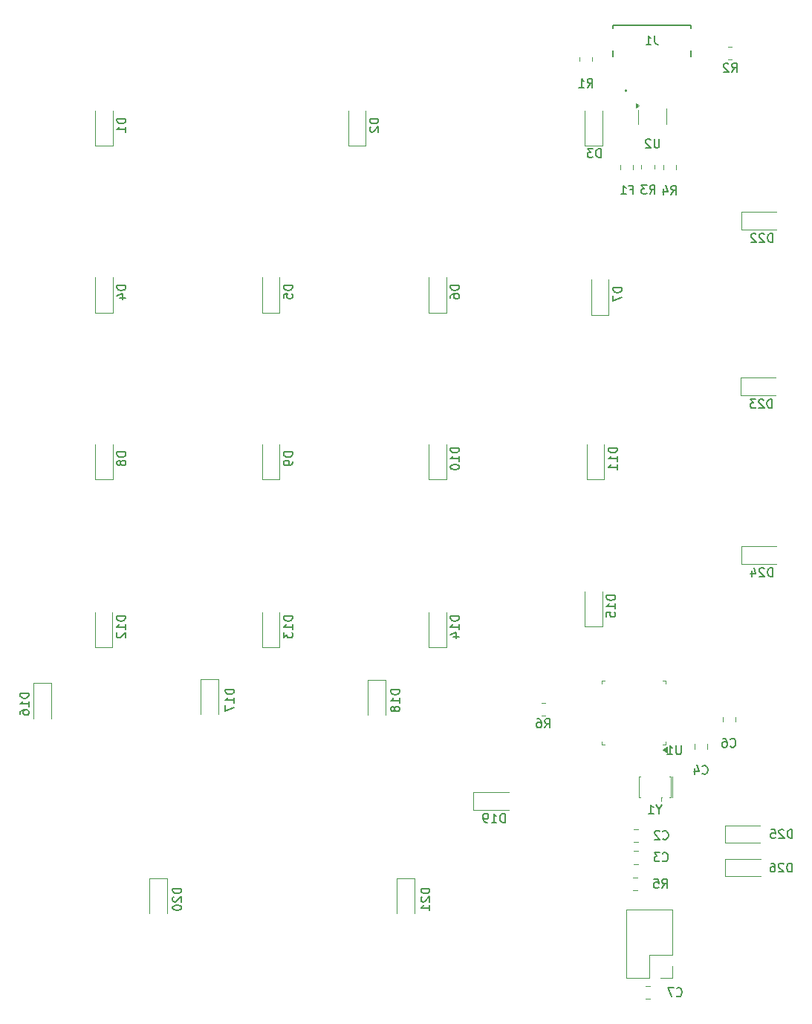
<source format=gbr>
%TF.GenerationSoftware,KiCad,Pcbnew,9.0.2*%
%TF.CreationDate,2025-08-17T15:34:09-06:00*%
%TF.ProjectId,keypadV2-compact,6b657970-6164-4563-922d-636f6d706163,rev?*%
%TF.SameCoordinates,Original*%
%TF.FileFunction,Legend,Bot*%
%TF.FilePolarity,Positive*%
%FSLAX46Y46*%
G04 Gerber Fmt 4.6, Leading zero omitted, Abs format (unit mm)*
G04 Created by KiCad (PCBNEW 9.0.2) date 2025-08-17 15:34:09*
%MOMM*%
%LPD*%
G01*
G04 APERTURE LIST*
%ADD10C,0.150000*%
%ADD11C,0.120000*%
%ADD12C,0.200000*%
G04 APERTURE END LIST*
D10*
X115509819Y-151611905D02*
X114509819Y-151611905D01*
X114509819Y-151611905D02*
X114509819Y-151850000D01*
X114509819Y-151850000D02*
X114557438Y-151992857D01*
X114557438Y-151992857D02*
X114652676Y-152088095D01*
X114652676Y-152088095D02*
X114747914Y-152135714D01*
X114747914Y-152135714D02*
X114938390Y-152183333D01*
X114938390Y-152183333D02*
X115081247Y-152183333D01*
X115081247Y-152183333D02*
X115271723Y-152135714D01*
X115271723Y-152135714D02*
X115366961Y-152088095D01*
X115366961Y-152088095D02*
X115462200Y-151992857D01*
X115462200Y-151992857D02*
X115509819Y-151850000D01*
X115509819Y-151850000D02*
X115509819Y-151611905D01*
X114509819Y-153088095D02*
X114509819Y-152611905D01*
X114509819Y-152611905D02*
X114986009Y-152564286D01*
X114986009Y-152564286D02*
X114938390Y-152611905D01*
X114938390Y-152611905D02*
X114890771Y-152707143D01*
X114890771Y-152707143D02*
X114890771Y-152945238D01*
X114890771Y-152945238D02*
X114938390Y-153040476D01*
X114938390Y-153040476D02*
X114986009Y-153088095D01*
X114986009Y-153088095D02*
X115081247Y-153135714D01*
X115081247Y-153135714D02*
X115319342Y-153135714D01*
X115319342Y-153135714D02*
X115414580Y-153088095D01*
X115414580Y-153088095D02*
X115462200Y-153040476D01*
X115462200Y-153040476D02*
X115509819Y-152945238D01*
X115509819Y-152945238D02*
X115509819Y-152707143D01*
X115509819Y-152707143D02*
X115462200Y-152611905D01*
X115462200Y-152611905D02*
X115414580Y-152564286D01*
X144271666Y-202004819D02*
X144604999Y-201528628D01*
X144843094Y-202004819D02*
X144843094Y-201004819D01*
X144843094Y-201004819D02*
X144462142Y-201004819D01*
X144462142Y-201004819D02*
X144366904Y-201052438D01*
X144366904Y-201052438D02*
X144319285Y-201100057D01*
X144319285Y-201100057D02*
X144271666Y-201195295D01*
X144271666Y-201195295D02*
X144271666Y-201338152D01*
X144271666Y-201338152D02*
X144319285Y-201433390D01*
X144319285Y-201433390D02*
X144366904Y-201481009D01*
X144366904Y-201481009D02*
X144462142Y-201528628D01*
X144462142Y-201528628D02*
X144843094Y-201528628D01*
X143414523Y-201004819D02*
X143604999Y-201004819D01*
X143604999Y-201004819D02*
X143700237Y-201052438D01*
X143700237Y-201052438D02*
X143747856Y-201100057D01*
X143747856Y-201100057D02*
X143843094Y-201242914D01*
X143843094Y-201242914D02*
X143890713Y-201433390D01*
X143890713Y-201433390D02*
X143890713Y-201814342D01*
X143890713Y-201814342D02*
X143843094Y-201909580D01*
X143843094Y-201909580D02*
X143795475Y-201957200D01*
X143795475Y-201957200D02*
X143700237Y-202004819D01*
X143700237Y-202004819D02*
X143509761Y-202004819D01*
X143509761Y-202004819D02*
X143414523Y-201957200D01*
X143414523Y-201957200D02*
X143366904Y-201909580D01*
X143366904Y-201909580D02*
X143319285Y-201814342D01*
X143319285Y-201814342D02*
X143319285Y-201576247D01*
X143319285Y-201576247D02*
X143366904Y-201481009D01*
X143366904Y-201481009D02*
X143414523Y-201433390D01*
X143414523Y-201433390D02*
X143509761Y-201385771D01*
X143509761Y-201385771D02*
X143700237Y-201385771D01*
X143700237Y-201385771D02*
X143795475Y-201433390D01*
X143795475Y-201433390D02*
X143843094Y-201481009D01*
X143843094Y-201481009D02*
X143890713Y-201576247D01*
X96459819Y-189285714D02*
X95459819Y-189285714D01*
X95459819Y-189285714D02*
X95459819Y-189523809D01*
X95459819Y-189523809D02*
X95507438Y-189666666D01*
X95507438Y-189666666D02*
X95602676Y-189761904D01*
X95602676Y-189761904D02*
X95697914Y-189809523D01*
X95697914Y-189809523D02*
X95888390Y-189857142D01*
X95888390Y-189857142D02*
X96031247Y-189857142D01*
X96031247Y-189857142D02*
X96221723Y-189809523D01*
X96221723Y-189809523D02*
X96316961Y-189761904D01*
X96316961Y-189761904D02*
X96412200Y-189666666D01*
X96412200Y-189666666D02*
X96459819Y-189523809D01*
X96459819Y-189523809D02*
X96459819Y-189285714D01*
X96459819Y-190809523D02*
X96459819Y-190238095D01*
X96459819Y-190523809D02*
X95459819Y-190523809D01*
X95459819Y-190523809D02*
X95602676Y-190428571D01*
X95602676Y-190428571D02*
X95697914Y-190333333D01*
X95697914Y-190333333D02*
X95745533Y-190238095D01*
X95555057Y-191190476D02*
X95507438Y-191238095D01*
X95507438Y-191238095D02*
X95459819Y-191333333D01*
X95459819Y-191333333D02*
X95459819Y-191571428D01*
X95459819Y-191571428D02*
X95507438Y-191666666D01*
X95507438Y-191666666D02*
X95555057Y-191714285D01*
X95555057Y-191714285D02*
X95650295Y-191761904D01*
X95650295Y-191761904D02*
X95745533Y-191761904D01*
X95745533Y-191761904D02*
X95888390Y-191714285D01*
X95888390Y-191714285D02*
X96459819Y-191142857D01*
X96459819Y-191142857D02*
X96459819Y-191761904D01*
X158671666Y-141254819D02*
X159004999Y-140778628D01*
X159243094Y-141254819D02*
X159243094Y-140254819D01*
X159243094Y-140254819D02*
X158862142Y-140254819D01*
X158862142Y-140254819D02*
X158766904Y-140302438D01*
X158766904Y-140302438D02*
X158719285Y-140350057D01*
X158719285Y-140350057D02*
X158671666Y-140445295D01*
X158671666Y-140445295D02*
X158671666Y-140588152D01*
X158671666Y-140588152D02*
X158719285Y-140683390D01*
X158719285Y-140683390D02*
X158766904Y-140731009D01*
X158766904Y-140731009D02*
X158862142Y-140778628D01*
X158862142Y-140778628D02*
X159243094Y-140778628D01*
X157814523Y-140588152D02*
X157814523Y-141254819D01*
X158052618Y-140207200D02*
X158290713Y-140921485D01*
X158290713Y-140921485D02*
X157671666Y-140921485D01*
X159816904Y-204054819D02*
X159816904Y-204864342D01*
X159816904Y-204864342D02*
X159769285Y-204959580D01*
X159769285Y-204959580D02*
X159721666Y-205007200D01*
X159721666Y-205007200D02*
X159626428Y-205054819D01*
X159626428Y-205054819D02*
X159435952Y-205054819D01*
X159435952Y-205054819D02*
X159340714Y-205007200D01*
X159340714Y-205007200D02*
X159293095Y-204959580D01*
X159293095Y-204959580D02*
X159245476Y-204864342D01*
X159245476Y-204864342D02*
X159245476Y-204054819D01*
X158245476Y-205054819D02*
X158816904Y-205054819D01*
X158531190Y-205054819D02*
X158531190Y-204054819D01*
X158531190Y-204054819D02*
X158626428Y-204197676D01*
X158626428Y-204197676D02*
X158721666Y-204292914D01*
X158721666Y-204292914D02*
X158816904Y-204340533D01*
X170219285Y-184804819D02*
X170219285Y-183804819D01*
X170219285Y-183804819D02*
X169981190Y-183804819D01*
X169981190Y-183804819D02*
X169838333Y-183852438D01*
X169838333Y-183852438D02*
X169743095Y-183947676D01*
X169743095Y-183947676D02*
X169695476Y-184042914D01*
X169695476Y-184042914D02*
X169647857Y-184233390D01*
X169647857Y-184233390D02*
X169647857Y-184376247D01*
X169647857Y-184376247D02*
X169695476Y-184566723D01*
X169695476Y-184566723D02*
X169743095Y-184661961D01*
X169743095Y-184661961D02*
X169838333Y-184757200D01*
X169838333Y-184757200D02*
X169981190Y-184804819D01*
X169981190Y-184804819D02*
X170219285Y-184804819D01*
X169266904Y-183900057D02*
X169219285Y-183852438D01*
X169219285Y-183852438D02*
X169124047Y-183804819D01*
X169124047Y-183804819D02*
X168885952Y-183804819D01*
X168885952Y-183804819D02*
X168790714Y-183852438D01*
X168790714Y-183852438D02*
X168743095Y-183900057D01*
X168743095Y-183900057D02*
X168695476Y-183995295D01*
X168695476Y-183995295D02*
X168695476Y-184090533D01*
X168695476Y-184090533D02*
X168743095Y-184233390D01*
X168743095Y-184233390D02*
X169314523Y-184804819D01*
X169314523Y-184804819D02*
X168695476Y-184804819D01*
X167838333Y-184138152D02*
X167838333Y-184804819D01*
X168076428Y-183757200D02*
X168314523Y-184471485D01*
X168314523Y-184471485D02*
X167695476Y-184471485D01*
X156221666Y-141204819D02*
X156554999Y-140728628D01*
X156793094Y-141204819D02*
X156793094Y-140204819D01*
X156793094Y-140204819D02*
X156412142Y-140204819D01*
X156412142Y-140204819D02*
X156316904Y-140252438D01*
X156316904Y-140252438D02*
X156269285Y-140300057D01*
X156269285Y-140300057D02*
X156221666Y-140395295D01*
X156221666Y-140395295D02*
X156221666Y-140538152D01*
X156221666Y-140538152D02*
X156269285Y-140633390D01*
X156269285Y-140633390D02*
X156316904Y-140681009D01*
X156316904Y-140681009D02*
X156412142Y-140728628D01*
X156412142Y-140728628D02*
X156793094Y-140728628D01*
X155888332Y-140204819D02*
X155269285Y-140204819D01*
X155269285Y-140204819D02*
X155602618Y-140585771D01*
X155602618Y-140585771D02*
X155459761Y-140585771D01*
X155459761Y-140585771D02*
X155364523Y-140633390D01*
X155364523Y-140633390D02*
X155316904Y-140681009D01*
X155316904Y-140681009D02*
X155269285Y-140776247D01*
X155269285Y-140776247D02*
X155269285Y-141014342D01*
X155269285Y-141014342D02*
X155316904Y-141109580D01*
X155316904Y-141109580D02*
X155364523Y-141157200D01*
X155364523Y-141157200D02*
X155459761Y-141204819D01*
X155459761Y-141204819D02*
X155745475Y-141204819D01*
X155745475Y-141204819D02*
X155840713Y-141157200D01*
X155840713Y-141157200D02*
X155888332Y-141109580D01*
X134509819Y-151611905D02*
X133509819Y-151611905D01*
X133509819Y-151611905D02*
X133509819Y-151850000D01*
X133509819Y-151850000D02*
X133557438Y-151992857D01*
X133557438Y-151992857D02*
X133652676Y-152088095D01*
X133652676Y-152088095D02*
X133747914Y-152135714D01*
X133747914Y-152135714D02*
X133938390Y-152183333D01*
X133938390Y-152183333D02*
X134081247Y-152183333D01*
X134081247Y-152183333D02*
X134271723Y-152135714D01*
X134271723Y-152135714D02*
X134366961Y-152088095D01*
X134366961Y-152088095D02*
X134462200Y-151992857D01*
X134462200Y-151992857D02*
X134509819Y-151850000D01*
X134509819Y-151850000D02*
X134509819Y-151611905D01*
X133509819Y-153040476D02*
X133509819Y-152850000D01*
X133509819Y-152850000D02*
X133557438Y-152754762D01*
X133557438Y-152754762D02*
X133605057Y-152707143D01*
X133605057Y-152707143D02*
X133747914Y-152611905D01*
X133747914Y-152611905D02*
X133938390Y-152564286D01*
X133938390Y-152564286D02*
X134319342Y-152564286D01*
X134319342Y-152564286D02*
X134414580Y-152611905D01*
X134414580Y-152611905D02*
X134462200Y-152659524D01*
X134462200Y-152659524D02*
X134509819Y-152754762D01*
X134509819Y-152754762D02*
X134509819Y-152945238D01*
X134509819Y-152945238D02*
X134462200Y-153040476D01*
X134462200Y-153040476D02*
X134414580Y-153088095D01*
X134414580Y-153088095D02*
X134319342Y-153135714D01*
X134319342Y-153135714D02*
X134081247Y-153135714D01*
X134081247Y-153135714D02*
X133986009Y-153088095D01*
X133986009Y-153088095D02*
X133938390Y-153040476D01*
X133938390Y-153040476D02*
X133890771Y-152945238D01*
X133890771Y-152945238D02*
X133890771Y-152754762D01*
X133890771Y-152754762D02*
X133938390Y-152659524D01*
X133938390Y-152659524D02*
X133986009Y-152611905D01*
X133986009Y-152611905D02*
X134081247Y-152564286D01*
X165571666Y-127304819D02*
X165904999Y-126828628D01*
X166143094Y-127304819D02*
X166143094Y-126304819D01*
X166143094Y-126304819D02*
X165762142Y-126304819D01*
X165762142Y-126304819D02*
X165666904Y-126352438D01*
X165666904Y-126352438D02*
X165619285Y-126400057D01*
X165619285Y-126400057D02*
X165571666Y-126495295D01*
X165571666Y-126495295D02*
X165571666Y-126638152D01*
X165571666Y-126638152D02*
X165619285Y-126733390D01*
X165619285Y-126733390D02*
X165666904Y-126781009D01*
X165666904Y-126781009D02*
X165762142Y-126828628D01*
X165762142Y-126828628D02*
X166143094Y-126828628D01*
X165190713Y-126400057D02*
X165143094Y-126352438D01*
X165143094Y-126352438D02*
X165047856Y-126304819D01*
X165047856Y-126304819D02*
X164809761Y-126304819D01*
X164809761Y-126304819D02*
X164714523Y-126352438D01*
X164714523Y-126352438D02*
X164666904Y-126400057D01*
X164666904Y-126400057D02*
X164619285Y-126495295D01*
X164619285Y-126495295D02*
X164619285Y-126590533D01*
X164619285Y-126590533D02*
X164666904Y-126733390D01*
X164666904Y-126733390D02*
X165238332Y-127304819D01*
X165238332Y-127304819D02*
X164619285Y-127304819D01*
X115509819Y-189285714D02*
X114509819Y-189285714D01*
X114509819Y-189285714D02*
X114509819Y-189523809D01*
X114509819Y-189523809D02*
X114557438Y-189666666D01*
X114557438Y-189666666D02*
X114652676Y-189761904D01*
X114652676Y-189761904D02*
X114747914Y-189809523D01*
X114747914Y-189809523D02*
X114938390Y-189857142D01*
X114938390Y-189857142D02*
X115081247Y-189857142D01*
X115081247Y-189857142D02*
X115271723Y-189809523D01*
X115271723Y-189809523D02*
X115366961Y-189761904D01*
X115366961Y-189761904D02*
X115462200Y-189666666D01*
X115462200Y-189666666D02*
X115509819Y-189523809D01*
X115509819Y-189523809D02*
X115509819Y-189285714D01*
X115509819Y-190809523D02*
X115509819Y-190238095D01*
X115509819Y-190523809D02*
X114509819Y-190523809D01*
X114509819Y-190523809D02*
X114652676Y-190428571D01*
X114652676Y-190428571D02*
X114747914Y-190333333D01*
X114747914Y-190333333D02*
X114795533Y-190238095D01*
X114509819Y-191142857D02*
X114509819Y-191761904D01*
X114509819Y-191761904D02*
X114890771Y-191428571D01*
X114890771Y-191428571D02*
X114890771Y-191571428D01*
X114890771Y-191571428D02*
X114938390Y-191666666D01*
X114938390Y-191666666D02*
X114986009Y-191714285D01*
X114986009Y-191714285D02*
X115081247Y-191761904D01*
X115081247Y-191761904D02*
X115319342Y-191761904D01*
X115319342Y-191761904D02*
X115414580Y-191714285D01*
X115414580Y-191714285D02*
X115462200Y-191666666D01*
X115462200Y-191666666D02*
X115509819Y-191571428D01*
X115509819Y-191571428D02*
X115509819Y-191285714D01*
X115509819Y-191285714D02*
X115462200Y-191190476D01*
X115462200Y-191190476D02*
X115414580Y-191142857D01*
X127709819Y-197685714D02*
X126709819Y-197685714D01*
X126709819Y-197685714D02*
X126709819Y-197923809D01*
X126709819Y-197923809D02*
X126757438Y-198066666D01*
X126757438Y-198066666D02*
X126852676Y-198161904D01*
X126852676Y-198161904D02*
X126947914Y-198209523D01*
X126947914Y-198209523D02*
X127138390Y-198257142D01*
X127138390Y-198257142D02*
X127281247Y-198257142D01*
X127281247Y-198257142D02*
X127471723Y-198209523D01*
X127471723Y-198209523D02*
X127566961Y-198161904D01*
X127566961Y-198161904D02*
X127662200Y-198066666D01*
X127662200Y-198066666D02*
X127709819Y-197923809D01*
X127709819Y-197923809D02*
X127709819Y-197685714D01*
X127709819Y-199209523D02*
X127709819Y-198638095D01*
X127709819Y-198923809D02*
X126709819Y-198923809D01*
X126709819Y-198923809D02*
X126852676Y-198828571D01*
X126852676Y-198828571D02*
X126947914Y-198733333D01*
X126947914Y-198733333D02*
X126995533Y-198638095D01*
X127138390Y-199780952D02*
X127090771Y-199685714D01*
X127090771Y-199685714D02*
X127043152Y-199638095D01*
X127043152Y-199638095D02*
X126947914Y-199590476D01*
X126947914Y-199590476D02*
X126900295Y-199590476D01*
X126900295Y-199590476D02*
X126805057Y-199638095D01*
X126805057Y-199638095D02*
X126757438Y-199685714D01*
X126757438Y-199685714D02*
X126709819Y-199780952D01*
X126709819Y-199780952D02*
X126709819Y-199971428D01*
X126709819Y-199971428D02*
X126757438Y-200066666D01*
X126757438Y-200066666D02*
X126805057Y-200114285D01*
X126805057Y-200114285D02*
X126900295Y-200161904D01*
X126900295Y-200161904D02*
X126947914Y-200161904D01*
X126947914Y-200161904D02*
X127043152Y-200114285D01*
X127043152Y-200114285D02*
X127090771Y-200066666D01*
X127090771Y-200066666D02*
X127138390Y-199971428D01*
X127138390Y-199971428D02*
X127138390Y-199780952D01*
X127138390Y-199780952D02*
X127186009Y-199685714D01*
X127186009Y-199685714D02*
X127233628Y-199638095D01*
X127233628Y-199638095D02*
X127328866Y-199590476D01*
X127328866Y-199590476D02*
X127519342Y-199590476D01*
X127519342Y-199590476D02*
X127614580Y-199638095D01*
X127614580Y-199638095D02*
X127662200Y-199685714D01*
X127662200Y-199685714D02*
X127709819Y-199780952D01*
X127709819Y-199780952D02*
X127709819Y-199971428D01*
X127709819Y-199971428D02*
X127662200Y-200066666D01*
X127662200Y-200066666D02*
X127614580Y-200114285D01*
X127614580Y-200114285D02*
X127519342Y-200161904D01*
X127519342Y-200161904D02*
X127328866Y-200161904D01*
X127328866Y-200161904D02*
X127233628Y-200114285D01*
X127233628Y-200114285D02*
X127186009Y-200066666D01*
X127186009Y-200066666D02*
X127138390Y-199971428D01*
X172469285Y-214604819D02*
X172469285Y-213604819D01*
X172469285Y-213604819D02*
X172231190Y-213604819D01*
X172231190Y-213604819D02*
X172088333Y-213652438D01*
X172088333Y-213652438D02*
X171993095Y-213747676D01*
X171993095Y-213747676D02*
X171945476Y-213842914D01*
X171945476Y-213842914D02*
X171897857Y-214033390D01*
X171897857Y-214033390D02*
X171897857Y-214176247D01*
X171897857Y-214176247D02*
X171945476Y-214366723D01*
X171945476Y-214366723D02*
X171993095Y-214461961D01*
X171993095Y-214461961D02*
X172088333Y-214557200D01*
X172088333Y-214557200D02*
X172231190Y-214604819D01*
X172231190Y-214604819D02*
X172469285Y-214604819D01*
X171516904Y-213700057D02*
X171469285Y-213652438D01*
X171469285Y-213652438D02*
X171374047Y-213604819D01*
X171374047Y-213604819D02*
X171135952Y-213604819D01*
X171135952Y-213604819D02*
X171040714Y-213652438D01*
X171040714Y-213652438D02*
X170993095Y-213700057D01*
X170993095Y-213700057D02*
X170945476Y-213795295D01*
X170945476Y-213795295D02*
X170945476Y-213890533D01*
X170945476Y-213890533D02*
X170993095Y-214033390D01*
X170993095Y-214033390D02*
X171564523Y-214604819D01*
X171564523Y-214604819D02*
X170945476Y-214604819D01*
X170040714Y-213604819D02*
X170516904Y-213604819D01*
X170516904Y-213604819D02*
X170564523Y-214081009D01*
X170564523Y-214081009D02*
X170516904Y-214033390D01*
X170516904Y-214033390D02*
X170421666Y-213985771D01*
X170421666Y-213985771D02*
X170183571Y-213985771D01*
X170183571Y-213985771D02*
X170088333Y-214033390D01*
X170088333Y-214033390D02*
X170040714Y-214081009D01*
X170040714Y-214081009D02*
X169993095Y-214176247D01*
X169993095Y-214176247D02*
X169993095Y-214414342D01*
X169993095Y-214414342D02*
X170040714Y-214509580D01*
X170040714Y-214509580D02*
X170088333Y-214557200D01*
X170088333Y-214557200D02*
X170183571Y-214604819D01*
X170183571Y-214604819D02*
X170421666Y-214604819D01*
X170421666Y-214604819D02*
X170516904Y-214557200D01*
X170516904Y-214557200D02*
X170564523Y-214509580D01*
X149121666Y-129054819D02*
X149454999Y-128578628D01*
X149693094Y-129054819D02*
X149693094Y-128054819D01*
X149693094Y-128054819D02*
X149312142Y-128054819D01*
X149312142Y-128054819D02*
X149216904Y-128102438D01*
X149216904Y-128102438D02*
X149169285Y-128150057D01*
X149169285Y-128150057D02*
X149121666Y-128245295D01*
X149121666Y-128245295D02*
X149121666Y-128388152D01*
X149121666Y-128388152D02*
X149169285Y-128483390D01*
X149169285Y-128483390D02*
X149216904Y-128531009D01*
X149216904Y-128531009D02*
X149312142Y-128578628D01*
X149312142Y-128578628D02*
X149693094Y-128578628D01*
X148169285Y-129054819D02*
X148740713Y-129054819D01*
X148454999Y-129054819D02*
X148454999Y-128054819D01*
X148454999Y-128054819D02*
X148550237Y-128197676D01*
X148550237Y-128197676D02*
X148645475Y-128292914D01*
X148645475Y-128292914D02*
X148740713Y-128340533D01*
X153059819Y-151861905D02*
X152059819Y-151861905D01*
X152059819Y-151861905D02*
X152059819Y-152100000D01*
X152059819Y-152100000D02*
X152107438Y-152242857D01*
X152107438Y-152242857D02*
X152202676Y-152338095D01*
X152202676Y-152338095D02*
X152297914Y-152385714D01*
X152297914Y-152385714D02*
X152488390Y-152433333D01*
X152488390Y-152433333D02*
X152631247Y-152433333D01*
X152631247Y-152433333D02*
X152821723Y-152385714D01*
X152821723Y-152385714D02*
X152916961Y-152338095D01*
X152916961Y-152338095D02*
X153012200Y-152242857D01*
X153012200Y-152242857D02*
X153059819Y-152100000D01*
X153059819Y-152100000D02*
X153059819Y-151861905D01*
X152059819Y-152766667D02*
X152059819Y-153433333D01*
X152059819Y-153433333D02*
X153059819Y-153004762D01*
X96509819Y-151611905D02*
X95509819Y-151611905D01*
X95509819Y-151611905D02*
X95509819Y-151850000D01*
X95509819Y-151850000D02*
X95557438Y-151992857D01*
X95557438Y-151992857D02*
X95652676Y-152088095D01*
X95652676Y-152088095D02*
X95747914Y-152135714D01*
X95747914Y-152135714D02*
X95938390Y-152183333D01*
X95938390Y-152183333D02*
X96081247Y-152183333D01*
X96081247Y-152183333D02*
X96271723Y-152135714D01*
X96271723Y-152135714D02*
X96366961Y-152088095D01*
X96366961Y-152088095D02*
X96462200Y-151992857D01*
X96462200Y-151992857D02*
X96509819Y-151850000D01*
X96509819Y-151850000D02*
X96509819Y-151611905D01*
X95843152Y-153040476D02*
X96509819Y-153040476D01*
X95462200Y-152802381D02*
X96176485Y-152564286D01*
X96176485Y-152564286D02*
X96176485Y-153183333D01*
X172419285Y-218454819D02*
X172419285Y-217454819D01*
X172419285Y-217454819D02*
X172181190Y-217454819D01*
X172181190Y-217454819D02*
X172038333Y-217502438D01*
X172038333Y-217502438D02*
X171943095Y-217597676D01*
X171943095Y-217597676D02*
X171895476Y-217692914D01*
X171895476Y-217692914D02*
X171847857Y-217883390D01*
X171847857Y-217883390D02*
X171847857Y-218026247D01*
X171847857Y-218026247D02*
X171895476Y-218216723D01*
X171895476Y-218216723D02*
X171943095Y-218311961D01*
X171943095Y-218311961D02*
X172038333Y-218407200D01*
X172038333Y-218407200D02*
X172181190Y-218454819D01*
X172181190Y-218454819D02*
X172419285Y-218454819D01*
X171466904Y-217550057D02*
X171419285Y-217502438D01*
X171419285Y-217502438D02*
X171324047Y-217454819D01*
X171324047Y-217454819D02*
X171085952Y-217454819D01*
X171085952Y-217454819D02*
X170990714Y-217502438D01*
X170990714Y-217502438D02*
X170943095Y-217550057D01*
X170943095Y-217550057D02*
X170895476Y-217645295D01*
X170895476Y-217645295D02*
X170895476Y-217740533D01*
X170895476Y-217740533D02*
X170943095Y-217883390D01*
X170943095Y-217883390D02*
X171514523Y-218454819D01*
X171514523Y-218454819D02*
X170895476Y-218454819D01*
X170038333Y-217454819D02*
X170228809Y-217454819D01*
X170228809Y-217454819D02*
X170324047Y-217502438D01*
X170324047Y-217502438D02*
X170371666Y-217550057D01*
X170371666Y-217550057D02*
X170466904Y-217692914D01*
X170466904Y-217692914D02*
X170514523Y-217883390D01*
X170514523Y-217883390D02*
X170514523Y-218264342D01*
X170514523Y-218264342D02*
X170466904Y-218359580D01*
X170466904Y-218359580D02*
X170419285Y-218407200D01*
X170419285Y-218407200D02*
X170324047Y-218454819D01*
X170324047Y-218454819D02*
X170133571Y-218454819D01*
X170133571Y-218454819D02*
X170038333Y-218407200D01*
X170038333Y-218407200D02*
X169990714Y-218359580D01*
X169990714Y-218359580D02*
X169943095Y-218264342D01*
X169943095Y-218264342D02*
X169943095Y-218026247D01*
X169943095Y-218026247D02*
X169990714Y-217931009D01*
X169990714Y-217931009D02*
X170038333Y-217883390D01*
X170038333Y-217883390D02*
X170133571Y-217835771D01*
X170133571Y-217835771D02*
X170324047Y-217835771D01*
X170324047Y-217835771D02*
X170419285Y-217883390D01*
X170419285Y-217883390D02*
X170466904Y-217931009D01*
X170466904Y-217931009D02*
X170514523Y-218026247D01*
X156813333Y-123167319D02*
X156813333Y-123881604D01*
X156813333Y-123881604D02*
X156860952Y-124024461D01*
X156860952Y-124024461D02*
X156956190Y-124119700D01*
X156956190Y-124119700D02*
X157099047Y-124167319D01*
X157099047Y-124167319D02*
X157194285Y-124167319D01*
X155813333Y-124167319D02*
X156384761Y-124167319D01*
X156099047Y-124167319D02*
X156099047Y-123167319D01*
X156099047Y-123167319D02*
X156194285Y-123310176D01*
X156194285Y-123310176D02*
X156289523Y-123405414D01*
X156289523Y-123405414D02*
X156384761Y-123453033D01*
X102859819Y-220335714D02*
X101859819Y-220335714D01*
X101859819Y-220335714D02*
X101859819Y-220573809D01*
X101859819Y-220573809D02*
X101907438Y-220716666D01*
X101907438Y-220716666D02*
X102002676Y-220811904D01*
X102002676Y-220811904D02*
X102097914Y-220859523D01*
X102097914Y-220859523D02*
X102288390Y-220907142D01*
X102288390Y-220907142D02*
X102431247Y-220907142D01*
X102431247Y-220907142D02*
X102621723Y-220859523D01*
X102621723Y-220859523D02*
X102716961Y-220811904D01*
X102716961Y-220811904D02*
X102812200Y-220716666D01*
X102812200Y-220716666D02*
X102859819Y-220573809D01*
X102859819Y-220573809D02*
X102859819Y-220335714D01*
X101955057Y-221288095D02*
X101907438Y-221335714D01*
X101907438Y-221335714D02*
X101859819Y-221430952D01*
X101859819Y-221430952D02*
X101859819Y-221669047D01*
X101859819Y-221669047D02*
X101907438Y-221764285D01*
X101907438Y-221764285D02*
X101955057Y-221811904D01*
X101955057Y-221811904D02*
X102050295Y-221859523D01*
X102050295Y-221859523D02*
X102145533Y-221859523D01*
X102145533Y-221859523D02*
X102288390Y-221811904D01*
X102288390Y-221811904D02*
X102859819Y-221240476D01*
X102859819Y-221240476D02*
X102859819Y-221859523D01*
X101859819Y-222478571D02*
X101859819Y-222573809D01*
X101859819Y-222573809D02*
X101907438Y-222669047D01*
X101907438Y-222669047D02*
X101955057Y-222716666D01*
X101955057Y-222716666D02*
X102050295Y-222764285D01*
X102050295Y-222764285D02*
X102240771Y-222811904D01*
X102240771Y-222811904D02*
X102478866Y-222811904D01*
X102478866Y-222811904D02*
X102669342Y-222764285D01*
X102669342Y-222764285D02*
X102764580Y-222716666D01*
X102764580Y-222716666D02*
X102812200Y-222669047D01*
X102812200Y-222669047D02*
X102859819Y-222573809D01*
X102859819Y-222573809D02*
X102859819Y-222478571D01*
X102859819Y-222478571D02*
X102812200Y-222383333D01*
X102812200Y-222383333D02*
X102764580Y-222335714D01*
X102764580Y-222335714D02*
X102669342Y-222288095D01*
X102669342Y-222288095D02*
X102478866Y-222240476D01*
X102478866Y-222240476D02*
X102240771Y-222240476D01*
X102240771Y-222240476D02*
X102050295Y-222288095D01*
X102050295Y-222288095D02*
X101955057Y-222335714D01*
X101955057Y-222335714D02*
X101907438Y-222383333D01*
X101907438Y-222383333D02*
X101859819Y-222478571D01*
X162221666Y-207209580D02*
X162269285Y-207257200D01*
X162269285Y-207257200D02*
X162412142Y-207304819D01*
X162412142Y-207304819D02*
X162507380Y-207304819D01*
X162507380Y-207304819D02*
X162650237Y-207257200D01*
X162650237Y-207257200D02*
X162745475Y-207161961D01*
X162745475Y-207161961D02*
X162793094Y-207066723D01*
X162793094Y-207066723D02*
X162840713Y-206876247D01*
X162840713Y-206876247D02*
X162840713Y-206733390D01*
X162840713Y-206733390D02*
X162793094Y-206542914D01*
X162793094Y-206542914D02*
X162745475Y-206447676D01*
X162745475Y-206447676D02*
X162650237Y-206352438D01*
X162650237Y-206352438D02*
X162507380Y-206304819D01*
X162507380Y-206304819D02*
X162412142Y-206304819D01*
X162412142Y-206304819D02*
X162269285Y-206352438D01*
X162269285Y-206352438D02*
X162221666Y-206400057D01*
X161364523Y-206638152D02*
X161364523Y-207304819D01*
X161602618Y-206257200D02*
X161840713Y-206971485D01*
X161840713Y-206971485D02*
X161221666Y-206971485D01*
X153988333Y-140706009D02*
X154321666Y-140706009D01*
X154321666Y-141229819D02*
X154321666Y-140229819D01*
X154321666Y-140229819D02*
X153845476Y-140229819D01*
X152940714Y-141229819D02*
X153512142Y-141229819D01*
X153226428Y-141229819D02*
X153226428Y-140229819D01*
X153226428Y-140229819D02*
X153321666Y-140372676D01*
X153321666Y-140372676D02*
X153416904Y-140467914D01*
X153416904Y-140467914D02*
X153512142Y-140515533D01*
X157684166Y-217159580D02*
X157731785Y-217207200D01*
X157731785Y-217207200D02*
X157874642Y-217254819D01*
X157874642Y-217254819D02*
X157969880Y-217254819D01*
X157969880Y-217254819D02*
X158112737Y-217207200D01*
X158112737Y-217207200D02*
X158207975Y-217111961D01*
X158207975Y-217111961D02*
X158255594Y-217016723D01*
X158255594Y-217016723D02*
X158303213Y-216826247D01*
X158303213Y-216826247D02*
X158303213Y-216683390D01*
X158303213Y-216683390D02*
X158255594Y-216492914D01*
X158255594Y-216492914D02*
X158207975Y-216397676D01*
X158207975Y-216397676D02*
X158112737Y-216302438D01*
X158112737Y-216302438D02*
X157969880Y-216254819D01*
X157969880Y-216254819D02*
X157874642Y-216254819D01*
X157874642Y-216254819D02*
X157731785Y-216302438D01*
X157731785Y-216302438D02*
X157684166Y-216350057D01*
X157350832Y-216254819D02*
X156731785Y-216254819D01*
X156731785Y-216254819D02*
X157065118Y-216635771D01*
X157065118Y-216635771D02*
X156922261Y-216635771D01*
X156922261Y-216635771D02*
X156827023Y-216683390D01*
X156827023Y-216683390D02*
X156779404Y-216731009D01*
X156779404Y-216731009D02*
X156731785Y-216826247D01*
X156731785Y-216826247D02*
X156731785Y-217064342D01*
X156731785Y-217064342D02*
X156779404Y-217159580D01*
X156779404Y-217159580D02*
X156827023Y-217207200D01*
X156827023Y-217207200D02*
X156922261Y-217254819D01*
X156922261Y-217254819D02*
X157207975Y-217254819D01*
X157207975Y-217254819D02*
X157303213Y-217207200D01*
X157303213Y-217207200D02*
X157350832Y-217159580D01*
X125309819Y-132611905D02*
X124309819Y-132611905D01*
X124309819Y-132611905D02*
X124309819Y-132850000D01*
X124309819Y-132850000D02*
X124357438Y-132992857D01*
X124357438Y-132992857D02*
X124452676Y-133088095D01*
X124452676Y-133088095D02*
X124547914Y-133135714D01*
X124547914Y-133135714D02*
X124738390Y-133183333D01*
X124738390Y-133183333D02*
X124881247Y-133183333D01*
X124881247Y-133183333D02*
X125071723Y-133135714D01*
X125071723Y-133135714D02*
X125166961Y-133088095D01*
X125166961Y-133088095D02*
X125262200Y-132992857D01*
X125262200Y-132992857D02*
X125309819Y-132850000D01*
X125309819Y-132850000D02*
X125309819Y-132611905D01*
X124405057Y-133564286D02*
X124357438Y-133611905D01*
X124357438Y-133611905D02*
X124309819Y-133707143D01*
X124309819Y-133707143D02*
X124309819Y-133945238D01*
X124309819Y-133945238D02*
X124357438Y-134040476D01*
X124357438Y-134040476D02*
X124405057Y-134088095D01*
X124405057Y-134088095D02*
X124500295Y-134135714D01*
X124500295Y-134135714D02*
X124595533Y-134135714D01*
X124595533Y-134135714D02*
X124738390Y-134088095D01*
X124738390Y-134088095D02*
X125309819Y-133516667D01*
X125309819Y-133516667D02*
X125309819Y-134135714D01*
X96509819Y-170611905D02*
X95509819Y-170611905D01*
X95509819Y-170611905D02*
X95509819Y-170850000D01*
X95509819Y-170850000D02*
X95557438Y-170992857D01*
X95557438Y-170992857D02*
X95652676Y-171088095D01*
X95652676Y-171088095D02*
X95747914Y-171135714D01*
X95747914Y-171135714D02*
X95938390Y-171183333D01*
X95938390Y-171183333D02*
X96081247Y-171183333D01*
X96081247Y-171183333D02*
X96271723Y-171135714D01*
X96271723Y-171135714D02*
X96366961Y-171088095D01*
X96366961Y-171088095D02*
X96462200Y-170992857D01*
X96462200Y-170992857D02*
X96509819Y-170850000D01*
X96509819Y-170850000D02*
X96509819Y-170611905D01*
X95938390Y-171754762D02*
X95890771Y-171659524D01*
X95890771Y-171659524D02*
X95843152Y-171611905D01*
X95843152Y-171611905D02*
X95747914Y-171564286D01*
X95747914Y-171564286D02*
X95700295Y-171564286D01*
X95700295Y-171564286D02*
X95605057Y-171611905D01*
X95605057Y-171611905D02*
X95557438Y-171659524D01*
X95557438Y-171659524D02*
X95509819Y-171754762D01*
X95509819Y-171754762D02*
X95509819Y-171945238D01*
X95509819Y-171945238D02*
X95557438Y-172040476D01*
X95557438Y-172040476D02*
X95605057Y-172088095D01*
X95605057Y-172088095D02*
X95700295Y-172135714D01*
X95700295Y-172135714D02*
X95747914Y-172135714D01*
X95747914Y-172135714D02*
X95843152Y-172088095D01*
X95843152Y-172088095D02*
X95890771Y-172040476D01*
X95890771Y-172040476D02*
X95938390Y-171945238D01*
X95938390Y-171945238D02*
X95938390Y-171754762D01*
X95938390Y-171754762D02*
X95986009Y-171659524D01*
X95986009Y-171659524D02*
X96033628Y-171611905D01*
X96033628Y-171611905D02*
X96128866Y-171564286D01*
X96128866Y-171564286D02*
X96319342Y-171564286D01*
X96319342Y-171564286D02*
X96414580Y-171611905D01*
X96414580Y-171611905D02*
X96462200Y-171659524D01*
X96462200Y-171659524D02*
X96509819Y-171754762D01*
X96509819Y-171754762D02*
X96509819Y-171945238D01*
X96509819Y-171945238D02*
X96462200Y-172040476D01*
X96462200Y-172040476D02*
X96414580Y-172088095D01*
X96414580Y-172088095D02*
X96319342Y-172135714D01*
X96319342Y-172135714D02*
X96128866Y-172135714D01*
X96128866Y-172135714D02*
X96033628Y-172088095D01*
X96033628Y-172088095D02*
X95986009Y-172040476D01*
X95986009Y-172040476D02*
X95938390Y-171945238D01*
X159271666Y-232559580D02*
X159319285Y-232607200D01*
X159319285Y-232607200D02*
X159462142Y-232654819D01*
X159462142Y-232654819D02*
X159557380Y-232654819D01*
X159557380Y-232654819D02*
X159700237Y-232607200D01*
X159700237Y-232607200D02*
X159795475Y-232511961D01*
X159795475Y-232511961D02*
X159843094Y-232416723D01*
X159843094Y-232416723D02*
X159890713Y-232226247D01*
X159890713Y-232226247D02*
X159890713Y-232083390D01*
X159890713Y-232083390D02*
X159843094Y-231892914D01*
X159843094Y-231892914D02*
X159795475Y-231797676D01*
X159795475Y-231797676D02*
X159700237Y-231702438D01*
X159700237Y-231702438D02*
X159557380Y-231654819D01*
X159557380Y-231654819D02*
X159462142Y-231654819D01*
X159462142Y-231654819D02*
X159319285Y-231702438D01*
X159319285Y-231702438D02*
X159271666Y-231750057D01*
X158938332Y-231654819D02*
X158271666Y-231654819D01*
X158271666Y-231654819D02*
X158700237Y-232654819D01*
X152509819Y-170135714D02*
X151509819Y-170135714D01*
X151509819Y-170135714D02*
X151509819Y-170373809D01*
X151509819Y-170373809D02*
X151557438Y-170516666D01*
X151557438Y-170516666D02*
X151652676Y-170611904D01*
X151652676Y-170611904D02*
X151747914Y-170659523D01*
X151747914Y-170659523D02*
X151938390Y-170707142D01*
X151938390Y-170707142D02*
X152081247Y-170707142D01*
X152081247Y-170707142D02*
X152271723Y-170659523D01*
X152271723Y-170659523D02*
X152366961Y-170611904D01*
X152366961Y-170611904D02*
X152462200Y-170516666D01*
X152462200Y-170516666D02*
X152509819Y-170373809D01*
X152509819Y-170373809D02*
X152509819Y-170135714D01*
X152509819Y-171659523D02*
X152509819Y-171088095D01*
X152509819Y-171373809D02*
X151509819Y-171373809D01*
X151509819Y-171373809D02*
X151652676Y-171278571D01*
X151652676Y-171278571D02*
X151747914Y-171183333D01*
X151747914Y-171183333D02*
X151795533Y-171088095D01*
X152509819Y-172611904D02*
X152509819Y-172040476D01*
X152509819Y-172326190D02*
X151509819Y-172326190D01*
X151509819Y-172326190D02*
X151652676Y-172230952D01*
X151652676Y-172230952D02*
X151747914Y-172135714D01*
X151747914Y-172135714D02*
X151795533Y-172040476D01*
X170169285Y-165604819D02*
X170169285Y-164604819D01*
X170169285Y-164604819D02*
X169931190Y-164604819D01*
X169931190Y-164604819D02*
X169788333Y-164652438D01*
X169788333Y-164652438D02*
X169693095Y-164747676D01*
X169693095Y-164747676D02*
X169645476Y-164842914D01*
X169645476Y-164842914D02*
X169597857Y-165033390D01*
X169597857Y-165033390D02*
X169597857Y-165176247D01*
X169597857Y-165176247D02*
X169645476Y-165366723D01*
X169645476Y-165366723D02*
X169693095Y-165461961D01*
X169693095Y-165461961D02*
X169788333Y-165557200D01*
X169788333Y-165557200D02*
X169931190Y-165604819D01*
X169931190Y-165604819D02*
X170169285Y-165604819D01*
X169216904Y-164700057D02*
X169169285Y-164652438D01*
X169169285Y-164652438D02*
X169074047Y-164604819D01*
X169074047Y-164604819D02*
X168835952Y-164604819D01*
X168835952Y-164604819D02*
X168740714Y-164652438D01*
X168740714Y-164652438D02*
X168693095Y-164700057D01*
X168693095Y-164700057D02*
X168645476Y-164795295D01*
X168645476Y-164795295D02*
X168645476Y-164890533D01*
X168645476Y-164890533D02*
X168693095Y-165033390D01*
X168693095Y-165033390D02*
X169264523Y-165604819D01*
X169264523Y-165604819D02*
X168645476Y-165604819D01*
X168312142Y-164604819D02*
X167693095Y-164604819D01*
X167693095Y-164604819D02*
X168026428Y-164985771D01*
X168026428Y-164985771D02*
X167883571Y-164985771D01*
X167883571Y-164985771D02*
X167788333Y-165033390D01*
X167788333Y-165033390D02*
X167740714Y-165081009D01*
X167740714Y-165081009D02*
X167693095Y-165176247D01*
X167693095Y-165176247D02*
X167693095Y-165414342D01*
X167693095Y-165414342D02*
X167740714Y-165509580D01*
X167740714Y-165509580D02*
X167788333Y-165557200D01*
X167788333Y-165557200D02*
X167883571Y-165604819D01*
X167883571Y-165604819D02*
X168169285Y-165604819D01*
X168169285Y-165604819D02*
X168264523Y-165557200D01*
X168264523Y-165557200D02*
X168312142Y-165509580D01*
X157316904Y-134954819D02*
X157316904Y-135764342D01*
X157316904Y-135764342D02*
X157269285Y-135859580D01*
X157269285Y-135859580D02*
X157221666Y-135907200D01*
X157221666Y-135907200D02*
X157126428Y-135954819D01*
X157126428Y-135954819D02*
X156935952Y-135954819D01*
X156935952Y-135954819D02*
X156840714Y-135907200D01*
X156840714Y-135907200D02*
X156793095Y-135859580D01*
X156793095Y-135859580D02*
X156745476Y-135764342D01*
X156745476Y-135764342D02*
X156745476Y-134954819D01*
X156316904Y-135050057D02*
X156269285Y-135002438D01*
X156269285Y-135002438D02*
X156174047Y-134954819D01*
X156174047Y-134954819D02*
X155935952Y-134954819D01*
X155935952Y-134954819D02*
X155840714Y-135002438D01*
X155840714Y-135002438D02*
X155793095Y-135050057D01*
X155793095Y-135050057D02*
X155745476Y-135145295D01*
X155745476Y-135145295D02*
X155745476Y-135240533D01*
X155745476Y-135240533D02*
X155793095Y-135383390D01*
X155793095Y-135383390D02*
X156364523Y-135954819D01*
X156364523Y-135954819D02*
X155745476Y-135954819D01*
X157621666Y-220254819D02*
X157954999Y-219778628D01*
X158193094Y-220254819D02*
X158193094Y-219254819D01*
X158193094Y-219254819D02*
X157812142Y-219254819D01*
X157812142Y-219254819D02*
X157716904Y-219302438D01*
X157716904Y-219302438D02*
X157669285Y-219350057D01*
X157669285Y-219350057D02*
X157621666Y-219445295D01*
X157621666Y-219445295D02*
X157621666Y-219588152D01*
X157621666Y-219588152D02*
X157669285Y-219683390D01*
X157669285Y-219683390D02*
X157716904Y-219731009D01*
X157716904Y-219731009D02*
X157812142Y-219778628D01*
X157812142Y-219778628D02*
X158193094Y-219778628D01*
X156716904Y-219254819D02*
X157193094Y-219254819D01*
X157193094Y-219254819D02*
X157240713Y-219731009D01*
X157240713Y-219731009D02*
X157193094Y-219683390D01*
X157193094Y-219683390D02*
X157097856Y-219635771D01*
X157097856Y-219635771D02*
X156859761Y-219635771D01*
X156859761Y-219635771D02*
X156764523Y-219683390D01*
X156764523Y-219683390D02*
X156716904Y-219731009D01*
X156716904Y-219731009D02*
X156669285Y-219826247D01*
X156669285Y-219826247D02*
X156669285Y-220064342D01*
X156669285Y-220064342D02*
X156716904Y-220159580D01*
X156716904Y-220159580D02*
X156764523Y-220207200D01*
X156764523Y-220207200D02*
X156859761Y-220254819D01*
X156859761Y-220254819D02*
X157097856Y-220254819D01*
X157097856Y-220254819D02*
X157193094Y-220207200D01*
X157193094Y-220207200D02*
X157240713Y-220159580D01*
X131159819Y-220335714D02*
X130159819Y-220335714D01*
X130159819Y-220335714D02*
X130159819Y-220573809D01*
X130159819Y-220573809D02*
X130207438Y-220716666D01*
X130207438Y-220716666D02*
X130302676Y-220811904D01*
X130302676Y-220811904D02*
X130397914Y-220859523D01*
X130397914Y-220859523D02*
X130588390Y-220907142D01*
X130588390Y-220907142D02*
X130731247Y-220907142D01*
X130731247Y-220907142D02*
X130921723Y-220859523D01*
X130921723Y-220859523D02*
X131016961Y-220811904D01*
X131016961Y-220811904D02*
X131112200Y-220716666D01*
X131112200Y-220716666D02*
X131159819Y-220573809D01*
X131159819Y-220573809D02*
X131159819Y-220335714D01*
X130255057Y-221288095D02*
X130207438Y-221335714D01*
X130207438Y-221335714D02*
X130159819Y-221430952D01*
X130159819Y-221430952D02*
X130159819Y-221669047D01*
X130159819Y-221669047D02*
X130207438Y-221764285D01*
X130207438Y-221764285D02*
X130255057Y-221811904D01*
X130255057Y-221811904D02*
X130350295Y-221859523D01*
X130350295Y-221859523D02*
X130445533Y-221859523D01*
X130445533Y-221859523D02*
X130588390Y-221811904D01*
X130588390Y-221811904D02*
X131159819Y-221240476D01*
X131159819Y-221240476D02*
X131159819Y-221859523D01*
X131159819Y-222811904D02*
X131159819Y-222240476D01*
X131159819Y-222526190D02*
X130159819Y-222526190D01*
X130159819Y-222526190D02*
X130302676Y-222430952D01*
X130302676Y-222430952D02*
X130397914Y-222335714D01*
X130397914Y-222335714D02*
X130445533Y-222240476D01*
X134509819Y-170135714D02*
X133509819Y-170135714D01*
X133509819Y-170135714D02*
X133509819Y-170373809D01*
X133509819Y-170373809D02*
X133557438Y-170516666D01*
X133557438Y-170516666D02*
X133652676Y-170611904D01*
X133652676Y-170611904D02*
X133747914Y-170659523D01*
X133747914Y-170659523D02*
X133938390Y-170707142D01*
X133938390Y-170707142D02*
X134081247Y-170707142D01*
X134081247Y-170707142D02*
X134271723Y-170659523D01*
X134271723Y-170659523D02*
X134366961Y-170611904D01*
X134366961Y-170611904D02*
X134462200Y-170516666D01*
X134462200Y-170516666D02*
X134509819Y-170373809D01*
X134509819Y-170373809D02*
X134509819Y-170135714D01*
X134509819Y-171659523D02*
X134509819Y-171088095D01*
X134509819Y-171373809D02*
X133509819Y-171373809D01*
X133509819Y-171373809D02*
X133652676Y-171278571D01*
X133652676Y-171278571D02*
X133747914Y-171183333D01*
X133747914Y-171183333D02*
X133795533Y-171088095D01*
X133509819Y-172278571D02*
X133509819Y-172373809D01*
X133509819Y-172373809D02*
X133557438Y-172469047D01*
X133557438Y-172469047D02*
X133605057Y-172516666D01*
X133605057Y-172516666D02*
X133700295Y-172564285D01*
X133700295Y-172564285D02*
X133890771Y-172611904D01*
X133890771Y-172611904D02*
X134128866Y-172611904D01*
X134128866Y-172611904D02*
X134319342Y-172564285D01*
X134319342Y-172564285D02*
X134414580Y-172516666D01*
X134414580Y-172516666D02*
X134462200Y-172469047D01*
X134462200Y-172469047D02*
X134509819Y-172373809D01*
X134509819Y-172373809D02*
X134509819Y-172278571D01*
X134509819Y-172278571D02*
X134462200Y-172183333D01*
X134462200Y-172183333D02*
X134414580Y-172135714D01*
X134414580Y-172135714D02*
X134319342Y-172088095D01*
X134319342Y-172088095D02*
X134128866Y-172040476D01*
X134128866Y-172040476D02*
X133890771Y-172040476D01*
X133890771Y-172040476D02*
X133700295Y-172088095D01*
X133700295Y-172088095D02*
X133605057Y-172135714D01*
X133605057Y-172135714D02*
X133557438Y-172183333D01*
X133557438Y-172183333D02*
X133509819Y-172278571D01*
X134509819Y-189285714D02*
X133509819Y-189285714D01*
X133509819Y-189285714D02*
X133509819Y-189523809D01*
X133509819Y-189523809D02*
X133557438Y-189666666D01*
X133557438Y-189666666D02*
X133652676Y-189761904D01*
X133652676Y-189761904D02*
X133747914Y-189809523D01*
X133747914Y-189809523D02*
X133938390Y-189857142D01*
X133938390Y-189857142D02*
X134081247Y-189857142D01*
X134081247Y-189857142D02*
X134271723Y-189809523D01*
X134271723Y-189809523D02*
X134366961Y-189761904D01*
X134366961Y-189761904D02*
X134462200Y-189666666D01*
X134462200Y-189666666D02*
X134509819Y-189523809D01*
X134509819Y-189523809D02*
X134509819Y-189285714D01*
X134509819Y-190809523D02*
X134509819Y-190238095D01*
X134509819Y-190523809D02*
X133509819Y-190523809D01*
X133509819Y-190523809D02*
X133652676Y-190428571D01*
X133652676Y-190428571D02*
X133747914Y-190333333D01*
X133747914Y-190333333D02*
X133795533Y-190238095D01*
X133843152Y-191666666D02*
X134509819Y-191666666D01*
X133462200Y-191428571D02*
X134176485Y-191190476D01*
X134176485Y-191190476D02*
X134176485Y-191809523D01*
X85459819Y-198085714D02*
X84459819Y-198085714D01*
X84459819Y-198085714D02*
X84459819Y-198323809D01*
X84459819Y-198323809D02*
X84507438Y-198466666D01*
X84507438Y-198466666D02*
X84602676Y-198561904D01*
X84602676Y-198561904D02*
X84697914Y-198609523D01*
X84697914Y-198609523D02*
X84888390Y-198657142D01*
X84888390Y-198657142D02*
X85031247Y-198657142D01*
X85031247Y-198657142D02*
X85221723Y-198609523D01*
X85221723Y-198609523D02*
X85316961Y-198561904D01*
X85316961Y-198561904D02*
X85412200Y-198466666D01*
X85412200Y-198466666D02*
X85459819Y-198323809D01*
X85459819Y-198323809D02*
X85459819Y-198085714D01*
X85459819Y-199609523D02*
X85459819Y-199038095D01*
X85459819Y-199323809D02*
X84459819Y-199323809D01*
X84459819Y-199323809D02*
X84602676Y-199228571D01*
X84602676Y-199228571D02*
X84697914Y-199133333D01*
X84697914Y-199133333D02*
X84745533Y-199038095D01*
X84459819Y-200466666D02*
X84459819Y-200276190D01*
X84459819Y-200276190D02*
X84507438Y-200180952D01*
X84507438Y-200180952D02*
X84555057Y-200133333D01*
X84555057Y-200133333D02*
X84697914Y-200038095D01*
X84697914Y-200038095D02*
X84888390Y-199990476D01*
X84888390Y-199990476D02*
X85269342Y-199990476D01*
X85269342Y-199990476D02*
X85364580Y-200038095D01*
X85364580Y-200038095D02*
X85412200Y-200085714D01*
X85412200Y-200085714D02*
X85459819Y-200180952D01*
X85459819Y-200180952D02*
X85459819Y-200371428D01*
X85459819Y-200371428D02*
X85412200Y-200466666D01*
X85412200Y-200466666D02*
X85364580Y-200514285D01*
X85364580Y-200514285D02*
X85269342Y-200561904D01*
X85269342Y-200561904D02*
X85031247Y-200561904D01*
X85031247Y-200561904D02*
X84936009Y-200514285D01*
X84936009Y-200514285D02*
X84888390Y-200466666D01*
X84888390Y-200466666D02*
X84840771Y-200371428D01*
X84840771Y-200371428D02*
X84840771Y-200180952D01*
X84840771Y-200180952D02*
X84888390Y-200085714D01*
X84888390Y-200085714D02*
X84936009Y-200038095D01*
X84936009Y-200038095D02*
X85031247Y-199990476D01*
X115509819Y-170611905D02*
X114509819Y-170611905D01*
X114509819Y-170611905D02*
X114509819Y-170850000D01*
X114509819Y-170850000D02*
X114557438Y-170992857D01*
X114557438Y-170992857D02*
X114652676Y-171088095D01*
X114652676Y-171088095D02*
X114747914Y-171135714D01*
X114747914Y-171135714D02*
X114938390Y-171183333D01*
X114938390Y-171183333D02*
X115081247Y-171183333D01*
X115081247Y-171183333D02*
X115271723Y-171135714D01*
X115271723Y-171135714D02*
X115366961Y-171088095D01*
X115366961Y-171088095D02*
X115462200Y-170992857D01*
X115462200Y-170992857D02*
X115509819Y-170850000D01*
X115509819Y-170850000D02*
X115509819Y-170611905D01*
X115509819Y-171659524D02*
X115509819Y-171850000D01*
X115509819Y-171850000D02*
X115462200Y-171945238D01*
X115462200Y-171945238D02*
X115414580Y-171992857D01*
X115414580Y-171992857D02*
X115271723Y-172088095D01*
X115271723Y-172088095D02*
X115081247Y-172135714D01*
X115081247Y-172135714D02*
X114700295Y-172135714D01*
X114700295Y-172135714D02*
X114605057Y-172088095D01*
X114605057Y-172088095D02*
X114557438Y-172040476D01*
X114557438Y-172040476D02*
X114509819Y-171945238D01*
X114509819Y-171945238D02*
X114509819Y-171754762D01*
X114509819Y-171754762D02*
X114557438Y-171659524D01*
X114557438Y-171659524D02*
X114605057Y-171611905D01*
X114605057Y-171611905D02*
X114700295Y-171564286D01*
X114700295Y-171564286D02*
X114938390Y-171564286D01*
X114938390Y-171564286D02*
X115033628Y-171611905D01*
X115033628Y-171611905D02*
X115081247Y-171659524D01*
X115081247Y-171659524D02*
X115128866Y-171754762D01*
X115128866Y-171754762D02*
X115128866Y-171945238D01*
X115128866Y-171945238D02*
X115081247Y-172040476D01*
X115081247Y-172040476D02*
X115033628Y-172088095D01*
X115033628Y-172088095D02*
X114938390Y-172135714D01*
X139719285Y-212804819D02*
X139719285Y-211804819D01*
X139719285Y-211804819D02*
X139481190Y-211804819D01*
X139481190Y-211804819D02*
X139338333Y-211852438D01*
X139338333Y-211852438D02*
X139243095Y-211947676D01*
X139243095Y-211947676D02*
X139195476Y-212042914D01*
X139195476Y-212042914D02*
X139147857Y-212233390D01*
X139147857Y-212233390D02*
X139147857Y-212376247D01*
X139147857Y-212376247D02*
X139195476Y-212566723D01*
X139195476Y-212566723D02*
X139243095Y-212661961D01*
X139243095Y-212661961D02*
X139338333Y-212757200D01*
X139338333Y-212757200D02*
X139481190Y-212804819D01*
X139481190Y-212804819D02*
X139719285Y-212804819D01*
X138195476Y-212804819D02*
X138766904Y-212804819D01*
X138481190Y-212804819D02*
X138481190Y-211804819D01*
X138481190Y-211804819D02*
X138576428Y-211947676D01*
X138576428Y-211947676D02*
X138671666Y-212042914D01*
X138671666Y-212042914D02*
X138766904Y-212090533D01*
X137719285Y-212804819D02*
X137528809Y-212804819D01*
X137528809Y-212804819D02*
X137433571Y-212757200D01*
X137433571Y-212757200D02*
X137385952Y-212709580D01*
X137385952Y-212709580D02*
X137290714Y-212566723D01*
X137290714Y-212566723D02*
X137243095Y-212376247D01*
X137243095Y-212376247D02*
X137243095Y-211995295D01*
X137243095Y-211995295D02*
X137290714Y-211900057D01*
X137290714Y-211900057D02*
X137338333Y-211852438D01*
X137338333Y-211852438D02*
X137433571Y-211804819D01*
X137433571Y-211804819D02*
X137624047Y-211804819D01*
X137624047Y-211804819D02*
X137719285Y-211852438D01*
X137719285Y-211852438D02*
X137766904Y-211900057D01*
X137766904Y-211900057D02*
X137814523Y-211995295D01*
X137814523Y-211995295D02*
X137814523Y-212233390D01*
X137814523Y-212233390D02*
X137766904Y-212328628D01*
X137766904Y-212328628D02*
X137719285Y-212376247D01*
X137719285Y-212376247D02*
X137624047Y-212423866D01*
X137624047Y-212423866D02*
X137433571Y-212423866D01*
X137433571Y-212423866D02*
X137338333Y-212376247D01*
X137338333Y-212376247D02*
X137290714Y-212328628D01*
X137290714Y-212328628D02*
X137243095Y-212233390D01*
X152309819Y-186935714D02*
X151309819Y-186935714D01*
X151309819Y-186935714D02*
X151309819Y-187173809D01*
X151309819Y-187173809D02*
X151357438Y-187316666D01*
X151357438Y-187316666D02*
X151452676Y-187411904D01*
X151452676Y-187411904D02*
X151547914Y-187459523D01*
X151547914Y-187459523D02*
X151738390Y-187507142D01*
X151738390Y-187507142D02*
X151881247Y-187507142D01*
X151881247Y-187507142D02*
X152071723Y-187459523D01*
X152071723Y-187459523D02*
X152166961Y-187411904D01*
X152166961Y-187411904D02*
X152262200Y-187316666D01*
X152262200Y-187316666D02*
X152309819Y-187173809D01*
X152309819Y-187173809D02*
X152309819Y-186935714D01*
X152309819Y-188459523D02*
X152309819Y-187888095D01*
X152309819Y-188173809D02*
X151309819Y-188173809D01*
X151309819Y-188173809D02*
X151452676Y-188078571D01*
X151452676Y-188078571D02*
X151547914Y-187983333D01*
X151547914Y-187983333D02*
X151595533Y-187888095D01*
X151309819Y-189364285D02*
X151309819Y-188888095D01*
X151309819Y-188888095D02*
X151786009Y-188840476D01*
X151786009Y-188840476D02*
X151738390Y-188888095D01*
X151738390Y-188888095D02*
X151690771Y-188983333D01*
X151690771Y-188983333D02*
X151690771Y-189221428D01*
X151690771Y-189221428D02*
X151738390Y-189316666D01*
X151738390Y-189316666D02*
X151786009Y-189364285D01*
X151786009Y-189364285D02*
X151881247Y-189411904D01*
X151881247Y-189411904D02*
X152119342Y-189411904D01*
X152119342Y-189411904D02*
X152214580Y-189364285D01*
X152214580Y-189364285D02*
X152262200Y-189316666D01*
X152262200Y-189316666D02*
X152309819Y-189221428D01*
X152309819Y-189221428D02*
X152309819Y-188983333D01*
X152309819Y-188983333D02*
X152262200Y-188888095D01*
X152262200Y-188888095D02*
X152214580Y-188840476D01*
X96509819Y-132611905D02*
X95509819Y-132611905D01*
X95509819Y-132611905D02*
X95509819Y-132850000D01*
X95509819Y-132850000D02*
X95557438Y-132992857D01*
X95557438Y-132992857D02*
X95652676Y-133088095D01*
X95652676Y-133088095D02*
X95747914Y-133135714D01*
X95747914Y-133135714D02*
X95938390Y-133183333D01*
X95938390Y-133183333D02*
X96081247Y-133183333D01*
X96081247Y-133183333D02*
X96271723Y-133135714D01*
X96271723Y-133135714D02*
X96366961Y-133088095D01*
X96366961Y-133088095D02*
X96462200Y-132992857D01*
X96462200Y-132992857D02*
X96509819Y-132850000D01*
X96509819Y-132850000D02*
X96509819Y-132611905D01*
X96509819Y-134135714D02*
X96509819Y-133564286D01*
X96509819Y-133850000D02*
X95509819Y-133850000D01*
X95509819Y-133850000D02*
X95652676Y-133754762D01*
X95652676Y-133754762D02*
X95747914Y-133659524D01*
X95747914Y-133659524D02*
X95795533Y-133564286D01*
X157281190Y-211328628D02*
X157281190Y-211804819D01*
X157614523Y-210804819D02*
X157281190Y-211328628D01*
X157281190Y-211328628D02*
X156947857Y-210804819D01*
X156090714Y-211804819D02*
X156662142Y-211804819D01*
X156376428Y-211804819D02*
X156376428Y-210804819D01*
X156376428Y-210804819D02*
X156471666Y-210947676D01*
X156471666Y-210947676D02*
X156566904Y-211042914D01*
X156566904Y-211042914D02*
X156662142Y-211090533D01*
X170219285Y-146704819D02*
X170219285Y-145704819D01*
X170219285Y-145704819D02*
X169981190Y-145704819D01*
X169981190Y-145704819D02*
X169838333Y-145752438D01*
X169838333Y-145752438D02*
X169743095Y-145847676D01*
X169743095Y-145847676D02*
X169695476Y-145942914D01*
X169695476Y-145942914D02*
X169647857Y-146133390D01*
X169647857Y-146133390D02*
X169647857Y-146276247D01*
X169647857Y-146276247D02*
X169695476Y-146466723D01*
X169695476Y-146466723D02*
X169743095Y-146561961D01*
X169743095Y-146561961D02*
X169838333Y-146657200D01*
X169838333Y-146657200D02*
X169981190Y-146704819D01*
X169981190Y-146704819D02*
X170219285Y-146704819D01*
X169266904Y-145800057D02*
X169219285Y-145752438D01*
X169219285Y-145752438D02*
X169124047Y-145704819D01*
X169124047Y-145704819D02*
X168885952Y-145704819D01*
X168885952Y-145704819D02*
X168790714Y-145752438D01*
X168790714Y-145752438D02*
X168743095Y-145800057D01*
X168743095Y-145800057D02*
X168695476Y-145895295D01*
X168695476Y-145895295D02*
X168695476Y-145990533D01*
X168695476Y-145990533D02*
X168743095Y-146133390D01*
X168743095Y-146133390D02*
X169314523Y-146704819D01*
X169314523Y-146704819D02*
X168695476Y-146704819D01*
X168314523Y-145800057D02*
X168266904Y-145752438D01*
X168266904Y-145752438D02*
X168171666Y-145704819D01*
X168171666Y-145704819D02*
X167933571Y-145704819D01*
X167933571Y-145704819D02*
X167838333Y-145752438D01*
X167838333Y-145752438D02*
X167790714Y-145800057D01*
X167790714Y-145800057D02*
X167743095Y-145895295D01*
X167743095Y-145895295D02*
X167743095Y-145990533D01*
X167743095Y-145990533D02*
X167790714Y-146133390D01*
X167790714Y-146133390D02*
X168362142Y-146704819D01*
X168362142Y-146704819D02*
X167743095Y-146704819D01*
X150643094Y-137054819D02*
X150643094Y-136054819D01*
X150643094Y-136054819D02*
X150404999Y-136054819D01*
X150404999Y-136054819D02*
X150262142Y-136102438D01*
X150262142Y-136102438D02*
X150166904Y-136197676D01*
X150166904Y-136197676D02*
X150119285Y-136292914D01*
X150119285Y-136292914D02*
X150071666Y-136483390D01*
X150071666Y-136483390D02*
X150071666Y-136626247D01*
X150071666Y-136626247D02*
X150119285Y-136816723D01*
X150119285Y-136816723D02*
X150166904Y-136911961D01*
X150166904Y-136911961D02*
X150262142Y-137007200D01*
X150262142Y-137007200D02*
X150404999Y-137054819D01*
X150404999Y-137054819D02*
X150643094Y-137054819D01*
X149738332Y-136054819D02*
X149119285Y-136054819D01*
X149119285Y-136054819D02*
X149452618Y-136435771D01*
X149452618Y-136435771D02*
X149309761Y-136435771D01*
X149309761Y-136435771D02*
X149214523Y-136483390D01*
X149214523Y-136483390D02*
X149166904Y-136531009D01*
X149166904Y-136531009D02*
X149119285Y-136626247D01*
X149119285Y-136626247D02*
X149119285Y-136864342D01*
X149119285Y-136864342D02*
X149166904Y-136959580D01*
X149166904Y-136959580D02*
X149214523Y-137007200D01*
X149214523Y-137007200D02*
X149309761Y-137054819D01*
X149309761Y-137054819D02*
X149595475Y-137054819D01*
X149595475Y-137054819D02*
X149690713Y-137007200D01*
X149690713Y-137007200D02*
X149738332Y-136959580D01*
X157721666Y-214659580D02*
X157769285Y-214707200D01*
X157769285Y-214707200D02*
X157912142Y-214754819D01*
X157912142Y-214754819D02*
X158007380Y-214754819D01*
X158007380Y-214754819D02*
X158150237Y-214707200D01*
X158150237Y-214707200D02*
X158245475Y-214611961D01*
X158245475Y-214611961D02*
X158293094Y-214516723D01*
X158293094Y-214516723D02*
X158340713Y-214326247D01*
X158340713Y-214326247D02*
X158340713Y-214183390D01*
X158340713Y-214183390D02*
X158293094Y-213992914D01*
X158293094Y-213992914D02*
X158245475Y-213897676D01*
X158245475Y-213897676D02*
X158150237Y-213802438D01*
X158150237Y-213802438D02*
X158007380Y-213754819D01*
X158007380Y-213754819D02*
X157912142Y-213754819D01*
X157912142Y-213754819D02*
X157769285Y-213802438D01*
X157769285Y-213802438D02*
X157721666Y-213850057D01*
X157340713Y-213850057D02*
X157293094Y-213802438D01*
X157293094Y-213802438D02*
X157197856Y-213754819D01*
X157197856Y-213754819D02*
X156959761Y-213754819D01*
X156959761Y-213754819D02*
X156864523Y-213802438D01*
X156864523Y-213802438D02*
X156816904Y-213850057D01*
X156816904Y-213850057D02*
X156769285Y-213945295D01*
X156769285Y-213945295D02*
X156769285Y-214040533D01*
X156769285Y-214040533D02*
X156816904Y-214183390D01*
X156816904Y-214183390D02*
X157388332Y-214754819D01*
X157388332Y-214754819D02*
X156769285Y-214754819D01*
X108859819Y-197635714D02*
X107859819Y-197635714D01*
X107859819Y-197635714D02*
X107859819Y-197873809D01*
X107859819Y-197873809D02*
X107907438Y-198016666D01*
X107907438Y-198016666D02*
X108002676Y-198111904D01*
X108002676Y-198111904D02*
X108097914Y-198159523D01*
X108097914Y-198159523D02*
X108288390Y-198207142D01*
X108288390Y-198207142D02*
X108431247Y-198207142D01*
X108431247Y-198207142D02*
X108621723Y-198159523D01*
X108621723Y-198159523D02*
X108716961Y-198111904D01*
X108716961Y-198111904D02*
X108812200Y-198016666D01*
X108812200Y-198016666D02*
X108859819Y-197873809D01*
X108859819Y-197873809D02*
X108859819Y-197635714D01*
X108859819Y-199159523D02*
X108859819Y-198588095D01*
X108859819Y-198873809D02*
X107859819Y-198873809D01*
X107859819Y-198873809D02*
X108002676Y-198778571D01*
X108002676Y-198778571D02*
X108097914Y-198683333D01*
X108097914Y-198683333D02*
X108145533Y-198588095D01*
X107859819Y-199492857D02*
X107859819Y-200159523D01*
X107859819Y-200159523D02*
X108859819Y-199730952D01*
X165421666Y-204147080D02*
X165469285Y-204194700D01*
X165469285Y-204194700D02*
X165612142Y-204242319D01*
X165612142Y-204242319D02*
X165707380Y-204242319D01*
X165707380Y-204242319D02*
X165850237Y-204194700D01*
X165850237Y-204194700D02*
X165945475Y-204099461D01*
X165945475Y-204099461D02*
X165993094Y-204004223D01*
X165993094Y-204004223D02*
X166040713Y-203813747D01*
X166040713Y-203813747D02*
X166040713Y-203670890D01*
X166040713Y-203670890D02*
X165993094Y-203480414D01*
X165993094Y-203480414D02*
X165945475Y-203385176D01*
X165945475Y-203385176D02*
X165850237Y-203289938D01*
X165850237Y-203289938D02*
X165707380Y-203242319D01*
X165707380Y-203242319D02*
X165612142Y-203242319D01*
X165612142Y-203242319D02*
X165469285Y-203289938D01*
X165469285Y-203289938D02*
X165421666Y-203337557D01*
X164564523Y-203242319D02*
X164754999Y-203242319D01*
X164754999Y-203242319D02*
X164850237Y-203289938D01*
X164850237Y-203289938D02*
X164897856Y-203337557D01*
X164897856Y-203337557D02*
X164993094Y-203480414D01*
X164993094Y-203480414D02*
X165040713Y-203670890D01*
X165040713Y-203670890D02*
X165040713Y-204051842D01*
X165040713Y-204051842D02*
X164993094Y-204147080D01*
X164993094Y-204147080D02*
X164945475Y-204194700D01*
X164945475Y-204194700D02*
X164850237Y-204242319D01*
X164850237Y-204242319D02*
X164659761Y-204242319D01*
X164659761Y-204242319D02*
X164564523Y-204194700D01*
X164564523Y-204194700D02*
X164516904Y-204147080D01*
X164516904Y-204147080D02*
X164469285Y-204051842D01*
X164469285Y-204051842D02*
X164469285Y-203813747D01*
X164469285Y-203813747D02*
X164516904Y-203718509D01*
X164516904Y-203718509D02*
X164564523Y-203670890D01*
X164564523Y-203670890D02*
X164659761Y-203623271D01*
X164659761Y-203623271D02*
X164850237Y-203623271D01*
X164850237Y-203623271D02*
X164945475Y-203670890D01*
X164945475Y-203670890D02*
X164993094Y-203718509D01*
X164993094Y-203718509D02*
X165040713Y-203813747D01*
D11*
%TO.C,J2*%
X153543400Y-230561600D02*
X153543400Y-222721600D01*
X156193400Y-227911600D02*
X156193400Y-230561600D01*
X156193400Y-230561600D02*
X153543400Y-230561600D01*
X158843400Y-222721600D02*
X153543400Y-222721600D01*
X158843400Y-227911600D02*
X156193400Y-227911600D01*
X158843400Y-227911600D02*
X158843400Y-222721600D01*
X158843400Y-229181600D02*
X158843400Y-230561600D01*
X158843400Y-230561600D02*
X157463400Y-230561600D01*
%TO.C,D5*%
X114055000Y-154710000D02*
X112055000Y-154710000D01*
X114055000Y-154710000D02*
X114055000Y-150700000D01*
X112055000Y-154710000D02*
X112055000Y-150700000D01*
%TO.C,R6*%
X143877936Y-200635000D02*
X144332064Y-200635000D01*
X143877936Y-199165000D02*
X144332064Y-199165000D01*
%TO.C,D12*%
X95005000Y-192860000D02*
X93005000Y-192860000D01*
X95005000Y-192860000D02*
X95005000Y-188850000D01*
X93005000Y-192860000D02*
X93005000Y-188850000D01*
%TO.C,R4*%
X157770000Y-137922936D02*
X157770000Y-138377064D01*
X159240000Y-137922936D02*
X159240000Y-138377064D01*
%TO.C,U1*%
X158015000Y-203910000D02*
X157740000Y-203910000D01*
X150795000Y-203910000D02*
X151070000Y-203910000D01*
X158015000Y-203635000D02*
X158015000Y-203910000D01*
X150795000Y-203635000D02*
X150795000Y-203910000D01*
X158015000Y-196965000D02*
X158015000Y-196690000D01*
X150795000Y-196965000D02*
X150795000Y-196690000D01*
X158015000Y-196690000D02*
X157740000Y-196690000D01*
X150795000Y-196690000D02*
X151070000Y-196690000D01*
X158210000Y-204840000D02*
X157740000Y-204500000D01*
X158210000Y-204160000D01*
X158210000Y-204840000D01*
G36*
X158210000Y-204840000D02*
G01*
X157740000Y-204500000D01*
X158210000Y-204160000D01*
X158210000Y-204840000D01*
G37*
%TO.C,D24*%
X166645000Y-183350000D02*
X166645000Y-181350000D01*
X166645000Y-183350000D02*
X170655000Y-183350000D01*
X166645000Y-181350000D02*
X170655000Y-181350000D01*
%TO.C,R3*%
X155270000Y-137872936D02*
X155270000Y-138327064D01*
X156740000Y-137872936D02*
X156740000Y-138327064D01*
%TO.C,D6*%
X133055000Y-154710000D02*
X131055000Y-154710000D01*
X133055000Y-154710000D02*
X133055000Y-150700000D01*
X131055000Y-154710000D02*
X131055000Y-150700000D01*
%TO.C,R2*%
X165127936Y-125885000D02*
X165582064Y-125885000D01*
X165127936Y-124415000D02*
X165582064Y-124415000D01*
%TO.C,D13*%
X114055000Y-192860000D02*
X112055000Y-192860000D01*
X114055000Y-192860000D02*
X114055000Y-188850000D01*
X112055000Y-192860000D02*
X112055000Y-188850000D01*
%TO.C,D18*%
X124105000Y-196540000D02*
X126105000Y-196540000D01*
X124105000Y-196540000D02*
X124105000Y-200550000D01*
X126105000Y-196540000D02*
X126105000Y-200550000D01*
%TO.C,D25*%
X164795000Y-215150000D02*
X164795000Y-213150000D01*
X164795000Y-215150000D02*
X168805000Y-215150000D01*
X164795000Y-213150000D02*
X168805000Y-213150000D01*
%TO.C,R1*%
X149690000Y-126077064D02*
X149690000Y-125622936D01*
X148220000Y-126077064D02*
X148220000Y-125622936D01*
%TO.C,D7*%
X151555000Y-154960000D02*
X149555000Y-154960000D01*
X151555000Y-154960000D02*
X151555000Y-150950000D01*
X149555000Y-154960000D02*
X149555000Y-150950000D01*
%TO.C,D4*%
X95055000Y-154710000D02*
X93055000Y-154710000D01*
X95055000Y-154710000D02*
X95055000Y-150700000D01*
X93055000Y-154710000D02*
X93055000Y-150700000D01*
%TO.C,D26*%
X164845000Y-218950000D02*
X164845000Y-216950000D01*
X164845000Y-218950000D02*
X168855000Y-218950000D01*
X164845000Y-216950000D02*
X168855000Y-216950000D01*
D12*
%TO.C,J1*%
X152010000Y-122322500D02*
X152010000Y-121972500D01*
X152010000Y-121972500D02*
X160950000Y-121972500D01*
X160950000Y-121972500D02*
X160950000Y-122322500D01*
X152010000Y-125562500D02*
X152010000Y-124882500D01*
X160950000Y-125562500D02*
X160950000Y-124882500D01*
X153605000Y-129412500D02*
G75*
G02*
X153405000Y-129412500I-100000J0D01*
G01*
X153405000Y-129412500D02*
G75*
G02*
X153605000Y-129412500I100000J0D01*
G01*
D11*
%TO.C,D20*%
X99205000Y-219190000D02*
X101205000Y-219190000D01*
X99205000Y-219190000D02*
X99205000Y-223200000D01*
X101205000Y-219190000D02*
X101205000Y-223200000D01*
%TO.C,C4*%
X161320000Y-203888748D02*
X161320000Y-204411252D01*
X162790000Y-203888748D02*
X162790000Y-204411252D01*
%TO.C,F1*%
X154315000Y-138386252D02*
X154315000Y-137863748D01*
X152895000Y-138386252D02*
X152895000Y-137863748D01*
%TO.C,C3*%
X154406248Y-217535000D02*
X154928752Y-217535000D01*
X154406248Y-216065000D02*
X154928752Y-216065000D01*
%TO.C,D2*%
X123855000Y-135710000D02*
X121855000Y-135710000D01*
X123855000Y-135710000D02*
X123855000Y-131700000D01*
X121855000Y-135710000D02*
X121855000Y-131700000D01*
%TO.C,D8*%
X95055000Y-173710000D02*
X93055000Y-173710000D01*
X95055000Y-173710000D02*
X95055000Y-169700000D01*
X93055000Y-173710000D02*
X93055000Y-169700000D01*
%TO.C,C7*%
X155756248Y-232935000D02*
X156278752Y-232935000D01*
X155756248Y-231465000D02*
X156278752Y-231465000D01*
%TO.C,D11*%
X151055000Y-173710000D02*
X149055000Y-173710000D01*
X151055000Y-173710000D02*
X151055000Y-169700000D01*
X149055000Y-173710000D02*
X149055000Y-169700000D01*
%TO.C,D23*%
X166595000Y-164150000D02*
X166595000Y-162150000D01*
X166595000Y-164150000D02*
X170605000Y-164150000D01*
X166595000Y-162150000D02*
X170605000Y-162150000D01*
%TO.C,U2*%
X158165000Y-131450000D02*
X158165000Y-133250000D01*
X154945000Y-132450000D02*
X154945000Y-131650000D01*
X154945000Y-132450000D02*
X154945000Y-133250000D01*
X154995000Y-131150000D02*
X154665000Y-131390000D01*
X154665000Y-130910000D01*
X154995000Y-131150000D01*
G36*
X154995000Y-131150000D02*
G01*
X154665000Y-131390000D01*
X154665000Y-130910000D01*
X154995000Y-131150000D01*
G37*
%TO.C,R5*%
X154327936Y-220535000D02*
X154782064Y-220535000D01*
X154327936Y-219065000D02*
X154782064Y-219065000D01*
%TO.C,D21*%
X127405000Y-219190000D02*
X129405000Y-219190000D01*
X127405000Y-219190000D02*
X127405000Y-223200000D01*
X129405000Y-219190000D02*
X129405000Y-223200000D01*
%TO.C,D10*%
X133055000Y-173710000D02*
X131055000Y-173710000D01*
X133055000Y-173710000D02*
X133055000Y-169700000D01*
X131055000Y-173710000D02*
X131055000Y-169700000D01*
%TO.C,D14*%
X133055000Y-192860000D02*
X131055000Y-192860000D01*
X133055000Y-192860000D02*
X133055000Y-188850000D01*
X131055000Y-192860000D02*
X131055000Y-188850000D01*
%TO.C,D16*%
X86005000Y-196940000D02*
X88005000Y-196940000D01*
X86005000Y-196940000D02*
X86005000Y-200950000D01*
X88005000Y-196940000D02*
X88005000Y-200950000D01*
%TO.C,D9*%
X114055000Y-173710000D02*
X112055000Y-173710000D01*
X114055000Y-173710000D02*
X114055000Y-169700000D01*
X112055000Y-173710000D02*
X112055000Y-169700000D01*
%TO.C,D19*%
X136145000Y-211350000D02*
X136145000Y-209350000D01*
X136145000Y-211350000D02*
X140155000Y-211350000D01*
X136145000Y-209350000D02*
X140155000Y-209350000D01*
%TO.C,D15*%
X150855000Y-190510000D02*
X148855000Y-190510000D01*
X150855000Y-190510000D02*
X150855000Y-186500000D01*
X148855000Y-190510000D02*
X148855000Y-186500000D01*
%TO.C,D1*%
X95055000Y-135710000D02*
X93055000Y-135710000D01*
X95055000Y-135710000D02*
X95055000Y-131700000D01*
X93055000Y-135710000D02*
X93055000Y-131700000D01*
%TO.C,Y1*%
X158805000Y-207550000D02*
X158805000Y-209550000D01*
X158805000Y-209550000D02*
X158805000Y-209950000D01*
X158605000Y-207550000D02*
X158455000Y-207550000D01*
X158605000Y-209550000D02*
X158605000Y-207550000D01*
X158605000Y-209550000D02*
X158605000Y-209950000D01*
X158605000Y-209950000D02*
X158455000Y-209950000D01*
X157555000Y-209950000D02*
X157605000Y-209950000D01*
X157555000Y-209950000D02*
X157555000Y-210350000D01*
X155005000Y-207550000D02*
X155155000Y-207550000D01*
X155005000Y-207550000D02*
X155005000Y-209550000D01*
X155005000Y-209550000D02*
X155005000Y-209950000D01*
X155005000Y-209950000D02*
X155155000Y-209950000D01*
%TO.C,D22*%
X166645000Y-145250000D02*
X166645000Y-143250000D01*
X166645000Y-145250000D02*
X170655000Y-145250000D01*
X166645000Y-143250000D02*
X170655000Y-143250000D01*
%TO.C,D3*%
X150855000Y-135710000D02*
X148855000Y-135710000D01*
X150855000Y-135710000D02*
X150855000Y-131700000D01*
X148855000Y-135710000D02*
X148855000Y-131700000D01*
%TO.C,C2*%
X154406248Y-215035000D02*
X154928752Y-215035000D01*
X154406248Y-213565000D02*
X154928752Y-213565000D01*
%TO.C,D17*%
X105055000Y-196490000D02*
X107055000Y-196490000D01*
X105055000Y-196490000D02*
X105055000Y-200500000D01*
X107055000Y-196490000D02*
X107055000Y-200500000D01*
%TO.C,C6*%
X164570000Y-200826248D02*
X164570000Y-201348752D01*
X166040000Y-200826248D02*
X166040000Y-201348752D01*
%TD*%
M02*

</source>
